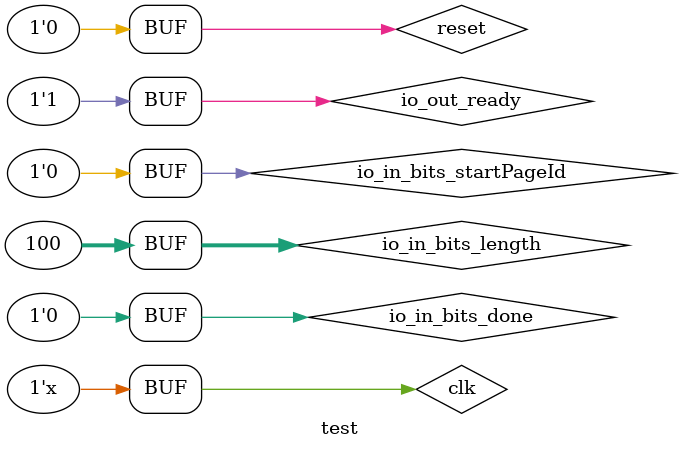
<source format=v>
module test;
  reg clk = 0;
  reg reset = 1;
  reg sent = 0;
  reg previous_sent;
  wire [31:0] io_in_bits_length;
  assign io_out_ready = 1;
  assign io_in_bits_startPageId = 0;
  assign io_in_bits_length = 100;
  assign io_in_valid = sent & !previous_sent;
  assign io_in_bits_done = 0;
  always @(negedge clk) begin
    #50;
    previous_sent = sent;
    if (sent == 0 && !reset) begin
      sent = 1;
    end 
  end

Top Top(clk,  reset,
     io_in_ready,
     io_in_valid,
     io_in_bits_done,
    io_in_bits_startPageId,
    io_in_bits_length,
     io_out_ready,
     io_out_valid,
     io_out_bits_out,
     io_pcIn_valid,
     io_pcIn_bits_request,
    io_pcIn_bits_moduleId,
    io_pcIn_bits_portId,
    io_pcIn_bits_pcValue,
    io_pcIn_bits_pcType,
     io_pcOut_valid,
     io_pcOut_bits_request,
    io_pcOut_bits_moduleId,
    io_pcOut_bits_portId,
    io_pcOut_bits_pcValue,
    io_pcOut_bits_pcType);


  initial begin
    reset = 1;
    #250 reset = 0;
  end

  always #100 clk = ~clk;
endmodule 

</source>
